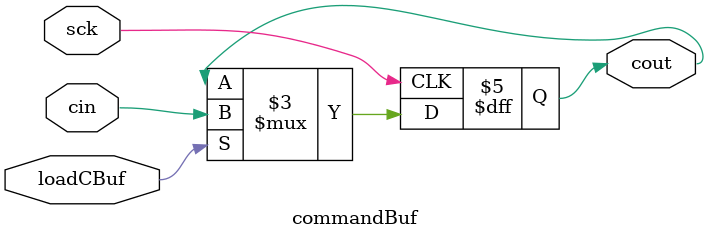
<source format=v>
module commandBuf (cout, sck, cin, loadCBuf);
output cout;
input cin; 
input sck, loadCBuf;

reg cout;

always @(posedge sck)
begin
	if(loadCBuf)
		cout = cin;
end
endmodule
</source>
